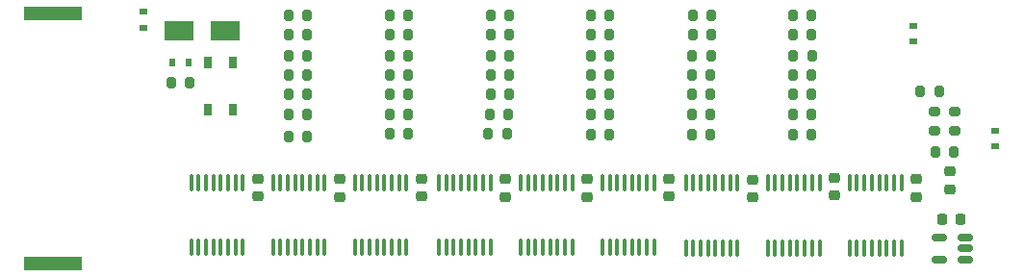
<source format=gbp>
%TF.GenerationSoftware,KiCad,Pcbnew,6.0.10*%
%TF.CreationDate,2023-02-04T17:50:08-06:00*%
%TF.ProjectId,button-clicker,62757474-6f6e-42d6-936c-69636b65722e,rev?*%
%TF.SameCoordinates,Original*%
%TF.FileFunction,Paste,Bot*%
%TF.FilePolarity,Positive*%
%FSLAX46Y46*%
G04 Gerber Fmt 4.6, Leading zero omitted, Abs format (unit mm)*
G04 Created by KiCad (PCBNEW 6.0.10) date 2023-02-04 17:50:08*
%MOMM*%
%LPD*%
G01*
G04 APERTURE LIST*
G04 Aperture macros list*
%AMRoundRect*
0 Rectangle with rounded corners*
0 $1 Rounding radius*
0 $2 $3 $4 $5 $6 $7 $8 $9 X,Y pos of 4 corners*
0 Add a 4 corners polygon primitive as box body*
4,1,4,$2,$3,$4,$5,$6,$7,$8,$9,$2,$3,0*
0 Add four circle primitives for the rounded corners*
1,1,$1+$1,$2,$3*
1,1,$1+$1,$4,$5*
1,1,$1+$1,$6,$7*
1,1,$1+$1,$8,$9*
0 Add four rect primitives between the rounded corners*
20,1,$1+$1,$2,$3,$4,$5,0*
20,1,$1+$1,$4,$5,$6,$7,0*
20,1,$1+$1,$6,$7,$8,$9,0*
20,1,$1+$1,$8,$9,$2,$3,0*%
G04 Aperture macros list end*
%ADD10RoundRect,0.150000X0.512500X0.150000X-0.512500X0.150000X-0.512500X-0.150000X0.512500X-0.150000X0*%
%ADD11RoundRect,0.200000X0.200000X0.275000X-0.200000X0.275000X-0.200000X-0.275000X0.200000X-0.275000X0*%
%ADD12RoundRect,0.100000X0.100000X-0.637500X0.100000X0.637500X-0.100000X0.637500X-0.100000X-0.637500X0*%
%ADD13RoundRect,0.225000X-0.250000X0.225000X-0.250000X-0.225000X0.250000X-0.225000X0.250000X0.225000X0*%
%ADD14RoundRect,0.200000X-0.200000X-0.275000X0.200000X-0.275000X0.200000X0.275000X-0.200000X0.275000X0*%
%ADD15RoundRect,0.225000X-0.225000X-0.250000X0.225000X-0.250000X0.225000X0.250000X-0.225000X0.250000X0*%
%ADD16R,2.500000X1.800000*%
%ADD17R,0.650000X1.050000*%
%ADD18R,0.600000X0.700000*%
%ADD19R,5.080000X1.270000*%
%ADD20RoundRect,0.200000X0.275000X-0.200000X0.275000X0.200000X-0.275000X0.200000X-0.275000X-0.200000X0*%
%ADD21R,0.700000X0.600000*%
%ADD22RoundRect,0.200000X-0.275000X0.200000X-0.275000X-0.200000X0.275000X-0.200000X0.275000X0.200000X0*%
G04 APERTURE END LIST*
D10*
%TO.C,U1*%
X113337500Y-41250000D03*
X113337500Y-42200000D03*
X113337500Y-43150000D03*
X111062500Y-43150000D03*
X111062500Y-41250000D03*
%TD*%
D11*
%TO.C,R46*%
X55425000Y-21700000D03*
X53775000Y-21700000D03*
%TD*%
D12*
%TO.C,U3*%
X78775000Y-42113220D03*
X78125000Y-42113220D03*
X77475000Y-42113220D03*
X76825000Y-42113220D03*
X76175000Y-42113220D03*
X75525000Y-42113220D03*
X74875000Y-42113220D03*
X74225000Y-42113220D03*
X74225000Y-36388220D03*
X74875000Y-36388220D03*
X75525000Y-36388220D03*
X76175000Y-36388220D03*
X76825000Y-36388220D03*
X77475000Y-36388220D03*
X78125000Y-36388220D03*
X78775000Y-36388220D03*
%TD*%
D13*
%TO.C,C3*%
X109034735Y-36090265D03*
X109034735Y-37640265D03*
%TD*%
%TO.C,C6*%
X72900000Y-36100720D03*
X72900000Y-37650720D03*
%TD*%
D14*
%TO.C,R15*%
X89275000Y-28600000D03*
X90925000Y-28600000D03*
%TD*%
%TO.C,R43*%
X53775000Y-28600000D03*
X55425000Y-28600000D03*
%TD*%
D15*
%TO.C,C2*%
X111325000Y-39600000D03*
X112875000Y-39600000D03*
%TD*%
D13*
%TO.C,C7*%
X65500000Y-36050000D03*
X65500000Y-37600000D03*
%TD*%
D12*
%TO.C,U5*%
X107709735Y-42127765D03*
X107059735Y-42127765D03*
X106409735Y-42127765D03*
X105759735Y-42127765D03*
X105109735Y-42127765D03*
X104459735Y-42127765D03*
X103809735Y-42127765D03*
X103159735Y-42127765D03*
X103159735Y-36402765D03*
X103809735Y-36402765D03*
X104459735Y-36402765D03*
X105109735Y-36402765D03*
X105759735Y-36402765D03*
X106409735Y-36402765D03*
X107059735Y-36402765D03*
X107709735Y-36402765D03*
%TD*%
D13*
%TO.C,C4*%
X94634735Y-36115265D03*
X94634735Y-37665265D03*
%TD*%
D16*
%TO.C,D1*%
X48200000Y-23000000D03*
X44200000Y-23000000D03*
%TD*%
D14*
%TO.C,R13*%
X89300000Y-25200000D03*
X90950000Y-25200000D03*
%TD*%
%TO.C,R7*%
X98175000Y-26900000D03*
X99825000Y-26900000D03*
%TD*%
%TO.C,R27*%
X71575000Y-25200000D03*
X73225000Y-25200000D03*
%TD*%
%TO.C,R29*%
X71575000Y-28600000D03*
X73225000Y-28600000D03*
%TD*%
D12*
%TO.C,U6*%
X93309735Y-42127765D03*
X92659735Y-42127765D03*
X92009735Y-42127765D03*
X91359735Y-42127765D03*
X90709735Y-42127765D03*
X90059735Y-42127765D03*
X89409735Y-42127765D03*
X88759735Y-42127765D03*
X88759735Y-36402765D03*
X89409735Y-36402765D03*
X90059735Y-36402765D03*
X90709735Y-36402765D03*
X91359735Y-36402765D03*
X92009735Y-36402765D03*
X92659735Y-36402765D03*
X93309735Y-36402765D03*
%TD*%
%TO.C,U2*%
X100509735Y-42127765D03*
X99859735Y-42127765D03*
X99209735Y-42127765D03*
X98559735Y-42127765D03*
X97909735Y-42127765D03*
X97259735Y-42127765D03*
X96609735Y-42127765D03*
X95959735Y-42127765D03*
X95959735Y-36402765D03*
X96609735Y-36402765D03*
X97259735Y-36402765D03*
X97909735Y-36402765D03*
X98559735Y-36402765D03*
X99209735Y-36402765D03*
X99859735Y-36402765D03*
X100509735Y-36402765D03*
%TD*%
D14*
%TO.C,R20*%
X80375000Y-25200000D03*
X82025000Y-25200000D03*
%TD*%
D11*
%TO.C,R24*%
X82025000Y-30400000D03*
X80375000Y-30400000D03*
%TD*%
D14*
%TO.C,R41*%
X53775000Y-25200000D03*
X55425000Y-25200000D03*
%TD*%
%TO.C,R36*%
X62675000Y-28600000D03*
X64325000Y-28600000D03*
%TD*%
D11*
%TO.C,R40*%
X64325000Y-23400000D03*
X62675000Y-23400000D03*
%TD*%
D17*
%TO.C,SW3*%
X48875000Y-25825000D03*
X48875000Y-29975000D03*
X46725000Y-29975000D03*
X46725000Y-25850000D03*
%TD*%
D12*
%TO.C,U7*%
X85975000Y-42113220D03*
X85325000Y-42113220D03*
X84675000Y-42113220D03*
X84025000Y-42113220D03*
X83375000Y-42113220D03*
X82725000Y-42113220D03*
X82075000Y-42113220D03*
X81425000Y-42113220D03*
X81425000Y-36388220D03*
X82075000Y-36388220D03*
X82725000Y-36388220D03*
X83375000Y-36388220D03*
X84025000Y-36388220D03*
X84675000Y-36388220D03*
X85325000Y-36388220D03*
X85975000Y-36388220D03*
%TD*%
D11*
%TO.C,R9*%
X99825000Y-32200000D03*
X98175000Y-32200000D03*
%TD*%
%TO.C,R38*%
X64325000Y-30400000D03*
X62675000Y-30400000D03*
%TD*%
D13*
%TO.C,C8*%
X51100000Y-36075000D03*
X51100000Y-37625000D03*
%TD*%
%TO.C,C9*%
X101834735Y-35979206D03*
X101834735Y-37529206D03*
%TD*%
D12*
%TO.C,U10*%
X49775000Y-42112500D03*
X49125000Y-42112500D03*
X48475000Y-42112500D03*
X47825000Y-42112500D03*
X47175000Y-42112500D03*
X46525000Y-42112500D03*
X45875000Y-42112500D03*
X45225000Y-42112500D03*
X45225000Y-36387500D03*
X45875000Y-36387500D03*
X46525000Y-36387500D03*
X47175000Y-36387500D03*
X47825000Y-36387500D03*
X48475000Y-36387500D03*
X49125000Y-36387500D03*
X49775000Y-36387500D03*
%TD*%
D11*
%TO.C,R33*%
X73225000Y-23400000D03*
X71575000Y-23400000D03*
%TD*%
D13*
%TO.C,C10*%
X80100000Y-36100720D03*
X80100000Y-37650720D03*
%TD*%
D18*
%TO.C,D4*%
X45000000Y-25800000D03*
X43600000Y-25800000D03*
%TD*%
D14*
%TO.C,R21*%
X80375000Y-26900000D03*
X82025000Y-26900000D03*
%TD*%
D11*
%TO.C,R47*%
X55425000Y-23400000D03*
X53775000Y-23400000D03*
%TD*%
%TO.C,R32*%
X73225000Y-21700000D03*
X71575000Y-21700000D03*
%TD*%
D13*
%TO.C,C1*%
X112000000Y-35425000D03*
X112000000Y-36975000D03*
%TD*%
D11*
%TO.C,R17*%
X90925000Y-30400000D03*
X89275000Y-30400000D03*
%TD*%
%TO.C,R25*%
X82025000Y-21700000D03*
X80375000Y-21700000D03*
%TD*%
%TO.C,R1*%
X45125000Y-27600000D03*
X43475000Y-27600000D03*
%TD*%
D14*
%TO.C,R6*%
X98200000Y-25200000D03*
X99850000Y-25200000D03*
%TD*%
D11*
%TO.C,R45*%
X55425000Y-30400000D03*
X53775000Y-30400000D03*
%TD*%
D19*
%TO.C,BT1*%
X33100000Y-21515000D03*
X33100000Y-43485000D03*
%TD*%
D11*
%TO.C,R19*%
X91000000Y-23400000D03*
X89350000Y-23400000D03*
%TD*%
D20*
%TO.C,R3*%
X112400000Y-31825000D03*
X112400000Y-30175000D03*
%TD*%
D12*
%TO.C,U9*%
X64175000Y-42112500D03*
X63525000Y-42112500D03*
X62875000Y-42112500D03*
X62225000Y-42112500D03*
X61575000Y-42112500D03*
X60925000Y-42112500D03*
X60275000Y-42112500D03*
X59625000Y-42112500D03*
X59625000Y-36387500D03*
X60275000Y-36387500D03*
X60925000Y-36387500D03*
X61575000Y-36387500D03*
X62225000Y-36387500D03*
X62875000Y-36387500D03*
X63525000Y-36387500D03*
X64175000Y-36387500D03*
%TD*%
D14*
%TO.C,R14*%
X89275000Y-26900000D03*
X90925000Y-26900000D03*
%TD*%
D11*
%TO.C,R30*%
X73025000Y-32100000D03*
X71375000Y-32100000D03*
%TD*%
D14*
%TO.C,R5*%
X109375000Y-28400000D03*
X111025000Y-28400000D03*
%TD*%
D11*
%TO.C,R18*%
X91000000Y-21700000D03*
X89350000Y-21700000D03*
%TD*%
D14*
%TO.C,R42*%
X53775000Y-26900000D03*
X55425000Y-26900000D03*
%TD*%
D11*
%TO.C,R16*%
X90925000Y-32200000D03*
X89275000Y-32200000D03*
%TD*%
D14*
%TO.C,R8*%
X98175000Y-28600000D03*
X99825000Y-28600000D03*
%TD*%
D11*
%TO.C,R44*%
X55425000Y-32300000D03*
X53775000Y-32300000D03*
%TD*%
D13*
%TO.C,C5*%
X87300000Y-36075720D03*
X87300000Y-37625720D03*
%TD*%
D14*
%TO.C,R34*%
X62675000Y-25200000D03*
X64325000Y-25200000D03*
%TD*%
D21*
%TO.C,D5*%
X41000000Y-22750000D03*
X41000000Y-21350000D03*
%TD*%
%TO.C,D2*%
X116000000Y-33200000D03*
X116000000Y-31800000D03*
%TD*%
D11*
%TO.C,R31*%
X73125000Y-30400000D03*
X71475000Y-30400000D03*
%TD*%
D14*
%TO.C,R35*%
X62675000Y-26900000D03*
X64325000Y-26900000D03*
%TD*%
D12*
%TO.C,U8*%
X71575000Y-42113220D03*
X70925000Y-42113220D03*
X70275000Y-42113220D03*
X69625000Y-42113220D03*
X68975000Y-42113220D03*
X68325000Y-42113220D03*
X67675000Y-42113220D03*
X67025000Y-42113220D03*
X67025000Y-36388220D03*
X67675000Y-36388220D03*
X68325000Y-36388220D03*
X68975000Y-36388220D03*
X69625000Y-36388220D03*
X70275000Y-36388220D03*
X70925000Y-36388220D03*
X71575000Y-36388220D03*
%TD*%
D22*
%TO.C,R2*%
X110600000Y-30175000D03*
X110600000Y-31825000D03*
%TD*%
D21*
%TO.C,D3*%
X108775000Y-23987500D03*
X108775000Y-22587500D03*
%TD*%
D11*
%TO.C,R26*%
X82025000Y-23400000D03*
X80375000Y-23400000D03*
%TD*%
D13*
%TO.C,C11*%
X58300000Y-36100000D03*
X58300000Y-37650000D03*
%TD*%
D12*
%TO.C,U4*%
X56975000Y-42112500D03*
X56325000Y-42112500D03*
X55675000Y-42112500D03*
X55025000Y-42112500D03*
X54375000Y-42112500D03*
X53725000Y-42112500D03*
X53075000Y-42112500D03*
X52425000Y-42112500D03*
X52425000Y-36387500D03*
X53075000Y-36387500D03*
X53725000Y-36387500D03*
X54375000Y-36387500D03*
X55025000Y-36387500D03*
X55675000Y-36387500D03*
X56325000Y-36387500D03*
X56975000Y-36387500D03*
%TD*%
D14*
%TO.C,R22*%
X80375000Y-28600000D03*
X82025000Y-28600000D03*
%TD*%
D11*
%TO.C,R23*%
X82025000Y-32200000D03*
X80375000Y-32200000D03*
%TD*%
D14*
%TO.C,R28*%
X71575000Y-26900000D03*
X73225000Y-26900000D03*
%TD*%
D11*
%TO.C,R11*%
X99825000Y-21700000D03*
X98175000Y-21700000D03*
%TD*%
%TO.C,R37*%
X64325000Y-32100000D03*
X62675000Y-32100000D03*
%TD*%
%TO.C,R12*%
X99825000Y-23400000D03*
X98175000Y-23400000D03*
%TD*%
%TO.C,R39*%
X64325000Y-21700000D03*
X62675000Y-21700000D03*
%TD*%
%TO.C,R10*%
X99825000Y-30400000D03*
X98175000Y-30400000D03*
%TD*%
D14*
%TO.C,R4*%
X110675000Y-33700000D03*
X112325000Y-33700000D03*
%TD*%
M02*

</source>
